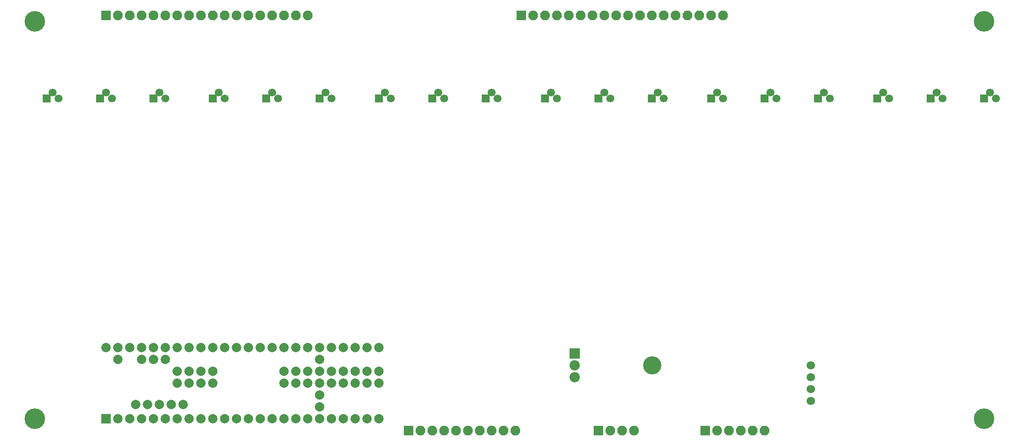
<source format=gbr>
G04 #@! TF.GenerationSoftware,KiCad,Pcbnew,(5.0.0-rc2-dev-158-g52ab6216c)*
G04 #@! TF.CreationDate,2018-03-09T12:59:15-06:00*
G04 #@! TF.ProjectId,Hybrid_bat_measure_18CH_v0.4_Teensy3.5,4879627269645F6261745F6D65617375,rev?*
G04 #@! TF.SameCoordinates,Original*
G04 #@! TF.FileFunction,Soldermask,Bot*
G04 #@! TF.FilePolarity,Negative*
%FSLAX46Y46*%
G04 Gerber Fmt 4.6, Leading zero omitted, Abs format (unit mm)*
G04 Created by KiCad (PCBNEW (5.0.0-rc2-dev-158-g52ab6216c)) date 03/09/18 12:59:15*
%MOMM*%
%LPD*%
G01*
G04 APERTURE LIST*
%ADD10C,2.000000*%
%ADD11R,2.000000X2.000000*%
%ADD12O,2.100000X2.100000*%
%ADD13R,2.100000X2.100000*%
%ADD14R,1.700000X1.700000*%
%ADD15C,1.700000*%
%ADD16C,1.797000*%
%ADD17O,3.900000X3.900000*%
%ADD18R,2.200000X2.200000*%
%ADD19O,2.200000X2.200000*%
%ADD20C,4.400000*%
G04 APERTURE END LIST*
D10*
X54610000Y-106220000D03*
X52070000Y-106220000D03*
X49530000Y-106220000D03*
X46990000Y-106220000D03*
X44450000Y-106220000D03*
X53340000Y-99060000D03*
X55880000Y-99060000D03*
X58420000Y-99060000D03*
X60960000Y-99060000D03*
X76200000Y-99060000D03*
X78740000Y-99060000D03*
X81280000Y-99060000D03*
X86360000Y-99060000D03*
X88900000Y-99060000D03*
X91440000Y-99060000D03*
X93980000Y-99060000D03*
X96520000Y-99060000D03*
X96520000Y-101600000D03*
X93980000Y-101600000D03*
X91440000Y-101600000D03*
X88900000Y-101600000D03*
X86360000Y-101600000D03*
X81280000Y-101600000D03*
X78740000Y-101600000D03*
X76200000Y-101600000D03*
X60960000Y-101600000D03*
X58420000Y-101600000D03*
X55880000Y-101600000D03*
X53340000Y-101600000D03*
X50800000Y-96520000D03*
X48260000Y-96520000D03*
X45720000Y-96520000D03*
X40640000Y-96520000D03*
X38100000Y-93980000D03*
X40640000Y-93980000D03*
X43180000Y-93980000D03*
X45720000Y-93980000D03*
X48260000Y-93980000D03*
X50800000Y-93980000D03*
X53340000Y-93980000D03*
X55880000Y-93980000D03*
X58420000Y-93980000D03*
X60960000Y-93980000D03*
X63500000Y-93980000D03*
X66040000Y-93980000D03*
X68580000Y-93980000D03*
X71120000Y-93980000D03*
X73660000Y-93980000D03*
X76200000Y-93980000D03*
D11*
X38100000Y-109220000D03*
D10*
X40640000Y-109220000D03*
X43180000Y-109220000D03*
X45720000Y-109220000D03*
X48260000Y-109220000D03*
X50800000Y-109220000D03*
X53340000Y-109220000D03*
X55880000Y-109220000D03*
X58420000Y-109220000D03*
X60960000Y-109220000D03*
X63500000Y-109220000D03*
X66040000Y-109220000D03*
X68580000Y-109220000D03*
X78740000Y-93980000D03*
X81280000Y-93980000D03*
X83820000Y-93980000D03*
X86360000Y-93980000D03*
X88900000Y-93980000D03*
X91440000Y-93980000D03*
X93980000Y-93980000D03*
X96520000Y-93980000D03*
X83820000Y-96520000D03*
X83820000Y-99060000D03*
X83820000Y-101600000D03*
X83820000Y-104140000D03*
X83820000Y-106680000D03*
X96520000Y-109220000D03*
X93980000Y-109220000D03*
X91440000Y-109220000D03*
X88900000Y-109220000D03*
X71120000Y-109220000D03*
X73660000Y-109220000D03*
X76200000Y-109220000D03*
X86360000Y-109220000D03*
X83820000Y-109220000D03*
X81280000Y-109220000D03*
X78740000Y-109220000D03*
D12*
X81280000Y-22860000D03*
X78740000Y-22860000D03*
X76200000Y-22860000D03*
X73660000Y-22860000D03*
X71120000Y-22860000D03*
X68580000Y-22860000D03*
X66040000Y-22860000D03*
X63500000Y-22860000D03*
X60960000Y-22860000D03*
X58420000Y-22860000D03*
X55880000Y-22860000D03*
X53340000Y-22860000D03*
X50800000Y-22860000D03*
X48260000Y-22860000D03*
X45720000Y-22860000D03*
X43180000Y-22860000D03*
X40640000Y-22860000D03*
D13*
X38100000Y-22860000D03*
D12*
X170180000Y-22860000D03*
X167640000Y-22860000D03*
X165100000Y-22860000D03*
X162560000Y-22860000D03*
X160020000Y-22860000D03*
X157480000Y-22860000D03*
X154940000Y-22860000D03*
X152400000Y-22860000D03*
X149860000Y-22860000D03*
X147320000Y-22860000D03*
X144780000Y-22860000D03*
X142240000Y-22860000D03*
X139700000Y-22860000D03*
X137160000Y-22860000D03*
X134620000Y-22860000D03*
X132080000Y-22860000D03*
X129540000Y-22860000D03*
D13*
X127000000Y-22860000D03*
D14*
X226060000Y-40640000D03*
D15*
X228600000Y-40640000D03*
X227330000Y-39370000D03*
D14*
X25400000Y-40640000D03*
D15*
X27940000Y-40640000D03*
X26670000Y-39370000D03*
D14*
X36830000Y-40640000D03*
D15*
X39370000Y-40640000D03*
X38100000Y-39370000D03*
D14*
X48260000Y-40640000D03*
D15*
X50800000Y-40640000D03*
X49530000Y-39370000D03*
D14*
X60960000Y-40640000D03*
D15*
X63500000Y-40640000D03*
X62230000Y-39370000D03*
D14*
X72390000Y-40640000D03*
D15*
X74930000Y-40640000D03*
X73660000Y-39370000D03*
D14*
X83820000Y-40640000D03*
D15*
X86360000Y-40640000D03*
X85090000Y-39370000D03*
D14*
X96520000Y-40640000D03*
D15*
X99060000Y-40640000D03*
X97790000Y-39370000D03*
D14*
X107950000Y-40640000D03*
D15*
X110490000Y-40640000D03*
X109220000Y-39370000D03*
D14*
X119380000Y-40640000D03*
D15*
X121920000Y-40640000D03*
X120650000Y-39370000D03*
D14*
X132080000Y-40640000D03*
D15*
X134620000Y-40640000D03*
X133350000Y-39370000D03*
D14*
X143510000Y-40640000D03*
D15*
X146050000Y-40640000D03*
X144780000Y-39370000D03*
D14*
X154940000Y-40640000D03*
D15*
X157480000Y-40640000D03*
X156210000Y-39370000D03*
D14*
X167640000Y-40640000D03*
D15*
X170180000Y-40640000D03*
X168910000Y-39370000D03*
D14*
X179070000Y-40640000D03*
D15*
X181610000Y-40640000D03*
X180340000Y-39370000D03*
D14*
X190500000Y-40640000D03*
D15*
X193040000Y-40640000D03*
X191770000Y-39370000D03*
D14*
X203200000Y-40640000D03*
D15*
X205740000Y-40640000D03*
X204470000Y-39370000D03*
D14*
X214630000Y-40640000D03*
D15*
X217170000Y-40640000D03*
X215900000Y-39370000D03*
D12*
X151130000Y-111760000D03*
X148590000Y-111760000D03*
X146050000Y-111760000D03*
D13*
X143510000Y-111760000D03*
D16*
X188976000Y-97790000D03*
X188976000Y-100330000D03*
X188976000Y-102870000D03*
X188976000Y-105410000D03*
D17*
X155090000Y-97790000D03*
D18*
X138430000Y-95250000D03*
D19*
X138430000Y-97790000D03*
X138430000Y-100330000D03*
D13*
X166370000Y-111760000D03*
D12*
X168910000Y-111760000D03*
X171450000Y-111760000D03*
X173990000Y-111760000D03*
X176530000Y-111760000D03*
X179070000Y-111760000D03*
D20*
X22860000Y-24130000D03*
X226060000Y-24130000D03*
X22860000Y-109220000D03*
X226060000Y-109220000D03*
D13*
X102870000Y-111760000D03*
D12*
X105410000Y-111760000D03*
X107950000Y-111760000D03*
X110490000Y-111760000D03*
X113030000Y-111760000D03*
X115570000Y-111760000D03*
X118110000Y-111760000D03*
X120650000Y-111760000D03*
X123190000Y-111760000D03*
X125730000Y-111760000D03*
M02*

</source>
